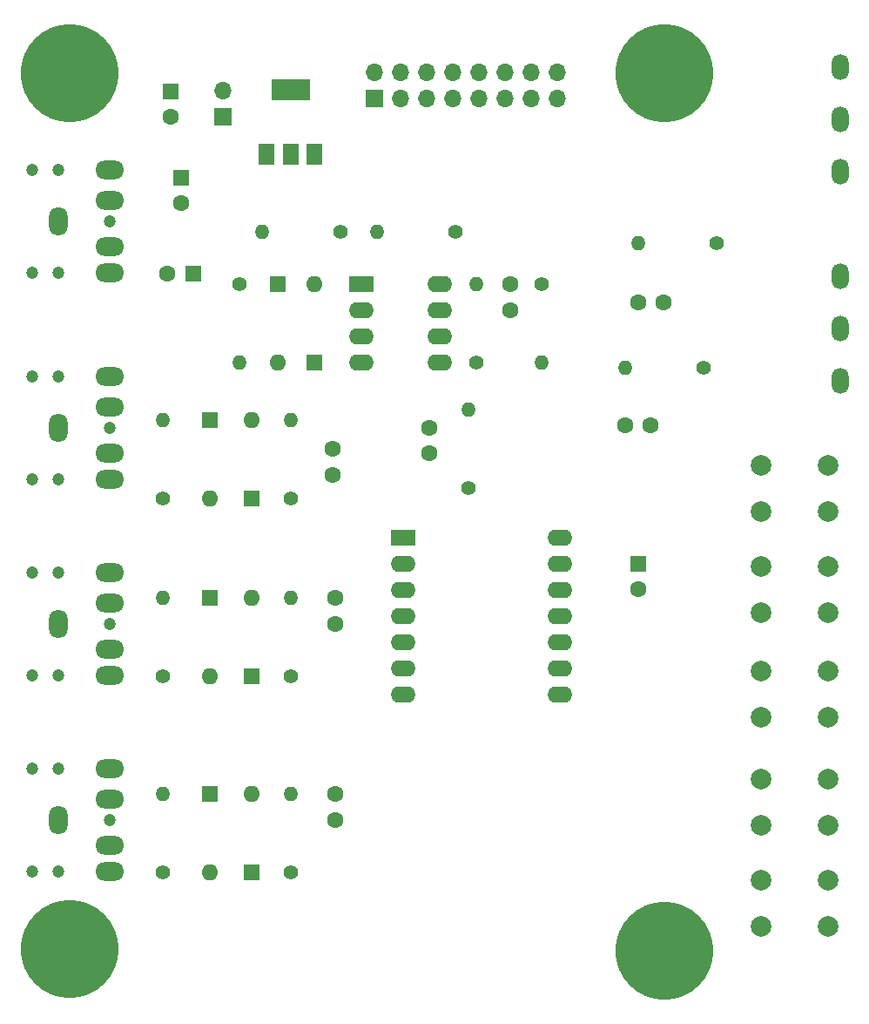
<source format=gts>
%TF.GenerationSoftware,KiCad,Pcbnew,(6.0.1)*%
%TF.CreationDate,2022-10-11T11:00:01-04:00*%
%TF.ProjectId,SYNTH-VCO-01,53594e54-482d-4564-934f-2d30312e6b69,1*%
%TF.SameCoordinates,Original*%
%TF.FileFunction,Soldermask,Top*%
%TF.FilePolarity,Negative*%
%FSLAX46Y46*%
G04 Gerber Fmt 4.6, Leading zero omitted, Abs format (unit mm)*
G04 Created by KiCad (PCBNEW (6.0.1)) date 2022-10-11 11:00:01*
%MOMM*%
%LPD*%
G01*
G04 APERTURE LIST*
%ADD10R,2.400000X1.600000*%
%ADD11O,2.400000X1.600000*%
%ADD12R,1.600000X1.600000*%
%ADD13C,1.600000*%
%ADD14C,1.400000*%
%ADD15O,1.400000X1.400000*%
%ADD16O,1.600000X1.600000*%
%ADD17C,9.525000*%
%ADD18O,1.651000X2.540000*%
%ADD19C,2.000000*%
%ADD20C,1.200000*%
%ADD21O,2.800000X1.800000*%
%ADD22O,1.800000X2.800000*%
%ADD23R,1.700000X1.700000*%
%ADD24O,1.700000X1.700000*%
%ADD25R,1.500000X2.000000*%
%ADD26R,3.800000X2.000000*%
G04 APERTURE END LIST*
D10*
%TO.C,U2*%
X120406008Y-49032008D03*
D11*
X120406008Y-51572008D03*
X120406008Y-54112008D03*
X120406008Y-56652008D03*
X128026008Y-56652008D03*
X128026008Y-54112008D03*
X128026008Y-51572008D03*
X128026008Y-49032008D03*
%TD*%
D12*
%TO.C,C2*%
X102870000Y-38672888D03*
D13*
X102870000Y-41172888D03*
%TD*%
D14*
%TO.C,R9*%
X101092000Y-69850000D03*
D15*
X101092000Y-62230000D03*
%TD*%
D12*
%TO.C,C9*%
X147320000Y-76200000D03*
D13*
X147320000Y-78700000D03*
%TD*%
D12*
%TO.C,D2*%
X115824000Y-56642000D03*
D16*
X115824000Y-49022000D03*
%TD*%
D17*
%TO.C,MTG2*%
X92075000Y-113665000D03*
%TD*%
D18*
%TO.C,RV2*%
X167005000Y-48260000D03*
X167005000Y-53340000D03*
X167005000Y-58420000D03*
%TD*%
D12*
%TO.C,D6*%
X109728000Y-87122000D03*
D16*
X109728000Y-79502000D03*
%TD*%
D12*
%TO.C,D8*%
X109728000Y-106172000D03*
D16*
X109728000Y-98552000D03*
%TD*%
D17*
%TO.C,MTG3*%
X149860000Y-28575000D03*
%TD*%
D19*
%TO.C,SW2*%
X165810000Y-76490000D03*
X159310000Y-76490000D03*
X159310000Y-80990000D03*
X165810000Y-80990000D03*
%TD*%
D12*
%TO.C,D5*%
X105664000Y-79502000D03*
D16*
X105664000Y-87122000D03*
%TD*%
D19*
%TO.C,SW1*%
X165810000Y-71120000D03*
X159310000Y-71120000D03*
X165810000Y-66620000D03*
X159310000Y-66620000D03*
%TD*%
D14*
%TO.C,R13*%
X101092000Y-106172000D03*
D15*
X101092000Y-98552000D03*
%TD*%
D14*
%TO.C,R3*%
X154940000Y-45085000D03*
D15*
X147320000Y-45085000D03*
%TD*%
D14*
%TO.C,R1*%
X118364000Y-43942000D03*
D15*
X110744000Y-43942000D03*
%TD*%
D20*
%TO.C,J5*%
X88448000Y-106092000D03*
X95948000Y-101092000D03*
X88448000Y-96092000D03*
X90948000Y-96092000D03*
X90948000Y-106092000D03*
D21*
X95948000Y-96092000D03*
X95948000Y-99092000D03*
D22*
X90948000Y-101092000D03*
D21*
X95948000Y-106092000D03*
X95948000Y-103592000D03*
%TD*%
D13*
%TO.C,C8*%
X117602000Y-65043990D03*
X117602000Y-67543990D03*
%TD*%
%TO.C,C10*%
X117856000Y-79521990D03*
X117856000Y-82021990D03*
%TD*%
D19*
%TO.C,SW4*%
X159310000Y-101600000D03*
X165810000Y-101600000D03*
X159310000Y-97100000D03*
X165810000Y-97100000D03*
%TD*%
D12*
%TO.C,D3*%
X105664000Y-62230000D03*
D16*
X105664000Y-69850000D03*
%TD*%
D13*
%TO.C,C6*%
X127000000Y-63000001D03*
X127000000Y-65500001D03*
%TD*%
D14*
%TO.C,R5*%
X131572000Y-56642000D03*
D15*
X131572000Y-49022000D03*
%TD*%
D14*
%TO.C,R10*%
X113538000Y-69850000D03*
D15*
X113538000Y-62230000D03*
%TD*%
D14*
%TO.C,R11*%
X101092000Y-87122000D03*
D15*
X101092000Y-79502000D03*
%TD*%
D13*
%TO.C,C11*%
X117856000Y-98571990D03*
X117856000Y-101071990D03*
%TD*%
D12*
%TO.C,D1*%
X112268000Y-49022000D03*
D16*
X112268000Y-56642000D03*
%TD*%
D19*
%TO.C,SW3*%
X159310000Y-86650000D03*
X165810000Y-86650000D03*
X159310000Y-91150000D03*
X165810000Y-91150000D03*
%TD*%
D12*
%TO.C,D7*%
X105664000Y-98552000D03*
D16*
X105664000Y-106172000D03*
%TD*%
D14*
%TO.C,R4*%
X108585000Y-49022000D03*
D15*
X108585000Y-56642000D03*
%TD*%
D12*
%TO.C,D4*%
X109728000Y-69850000D03*
D16*
X109728000Y-62230000D03*
%TD*%
D13*
%TO.C,C4*%
X134874000Y-49041990D03*
X134874000Y-51541990D03*
%TD*%
D23*
%TO.C,J1*%
X121666000Y-31050000D03*
D24*
X121666000Y-28510000D03*
X124206000Y-31050000D03*
X124206000Y-28510000D03*
X126746000Y-31050000D03*
X126746000Y-28510000D03*
X129286000Y-31050000D03*
X129286000Y-28510000D03*
X131826000Y-31050000D03*
X131826000Y-28510000D03*
X134366000Y-31050000D03*
X134366000Y-28510000D03*
X136906000Y-31050000D03*
X136906000Y-28510000D03*
X139446000Y-31050000D03*
X139446000Y-28510000D03*
%TD*%
D14*
%TO.C,R7*%
X153670000Y-57150000D03*
D15*
X146050000Y-57150000D03*
%TD*%
D10*
%TO.C,U3*%
X124460000Y-73660000D03*
D11*
X124460000Y-76200000D03*
X124460000Y-78740000D03*
X124460000Y-81280000D03*
X124460000Y-83820000D03*
X124460000Y-86360000D03*
X124460000Y-88900000D03*
X139700000Y-88900000D03*
X139700000Y-86360000D03*
X139700000Y-83820000D03*
X139700000Y-81280000D03*
X139700000Y-78740000D03*
X139700000Y-76200000D03*
X139700000Y-73660000D03*
%TD*%
D23*
%TO.C,H1*%
X106934000Y-32771000D03*
D24*
X106934000Y-30231000D03*
%TD*%
D17*
%TO.C,MTG4*%
X149860000Y-113792000D03*
%TD*%
%TO.C,MTG1*%
X92075000Y-28575000D03*
%TD*%
D14*
%TO.C,R14*%
X113538000Y-106172000D03*
D15*
X113538000Y-98552000D03*
%TD*%
D13*
%TO.C,C5*%
X147320000Y-50800000D03*
X149820000Y-50800000D03*
%TD*%
D14*
%TO.C,R2*%
X129540000Y-43942000D03*
D15*
X121920000Y-43942000D03*
%TD*%
D19*
%TO.C,SW5*%
X165810000Y-106970000D03*
X159310000Y-106970000D03*
X165810000Y-111470000D03*
X159310000Y-111470000D03*
%TD*%
D18*
%TO.C,RV1*%
X167005000Y-27945000D03*
X167005000Y-33025000D03*
X167005000Y-38105000D03*
%TD*%
D14*
%TO.C,R6*%
X137922000Y-49022000D03*
D15*
X137922000Y-56642000D03*
%TD*%
D14*
%TO.C,R8*%
X130810000Y-68834000D03*
D15*
X130810000Y-61214000D03*
%TD*%
D20*
%TO.C,J3*%
X88448000Y-67992000D03*
X90948000Y-57992000D03*
X88448000Y-57992000D03*
X95948000Y-62992000D03*
X90948000Y-67992000D03*
D21*
X95948000Y-57992000D03*
X95948000Y-60992000D03*
D22*
X90948000Y-62992000D03*
D21*
X95948000Y-67992000D03*
X95948000Y-65492000D03*
%TD*%
D12*
%TO.C,C3*%
X104075113Y-48006000D03*
D13*
X101575113Y-48006000D03*
%TD*%
D20*
%TO.C,J4*%
X88448000Y-77042000D03*
X90948000Y-77042000D03*
X95948000Y-82042000D03*
X90948000Y-87042000D03*
X88448000Y-87042000D03*
D21*
X95948000Y-77042000D03*
X95948000Y-80042000D03*
D22*
X90948000Y-82042000D03*
D21*
X95948000Y-87042000D03*
X95948000Y-84542000D03*
%TD*%
D12*
%TO.C,C1*%
X101854000Y-30290888D03*
D13*
X101854000Y-32790888D03*
%TD*%
D20*
%TO.C,J2*%
X90948000Y-37926000D03*
X88448000Y-37926000D03*
X90948000Y-47926000D03*
X95948000Y-42926000D03*
X88448000Y-47926000D03*
D21*
X95948000Y-37926000D03*
X95948000Y-40926000D03*
D22*
X90948000Y-42926000D03*
D21*
X95948000Y-47926000D03*
X95948000Y-45426000D03*
%TD*%
D14*
%TO.C,R12*%
X113538000Y-87122000D03*
D15*
X113538000Y-79502000D03*
%TD*%
D25*
%TO.C,U1*%
X111238000Y-36424000D03*
X113538000Y-36424000D03*
X115838000Y-36424000D03*
D26*
X113538000Y-30124000D03*
%TD*%
D13*
%TO.C,C7*%
X146069990Y-62738000D03*
X148569990Y-62738000D03*
%TD*%
M02*

</source>
